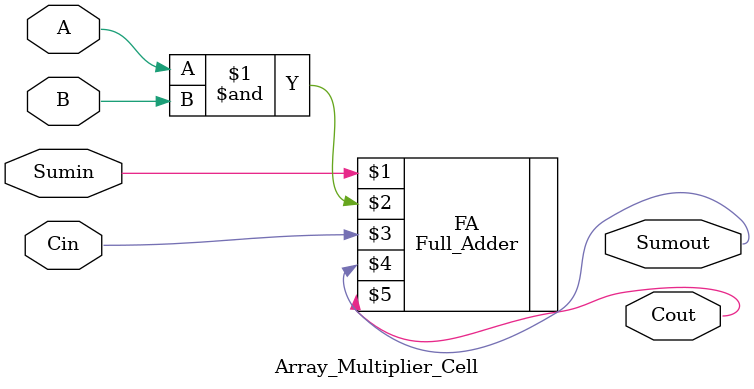
<source format=v>
`timescale 1ns / 1ps
module Array_Multiplier_Cell(
   input A, B, Sumin, Cin,
	output Sumout, Cout
	);
	
	Full_Adder FA (Sumin, A & B, Cin, Sumout, Cout);
	
endmodule

</source>
